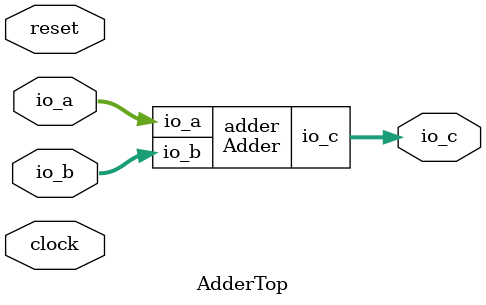
<source format=sv>
module Adder(
  input  [1:0] io_a,
               io_b,
  output [1:0] io_c
);

  assign io_c = io_a + io_b;
endmodule

module AdderTop(
  input        clock,
               reset,
  input  [1:0] io_a,
               io_b,
  output [1:0] io_c
);

  Adder adder (
    .io_a (io_a),
    .io_b (io_b),
    .io_c (io_c)
  );
endmodule


</source>
